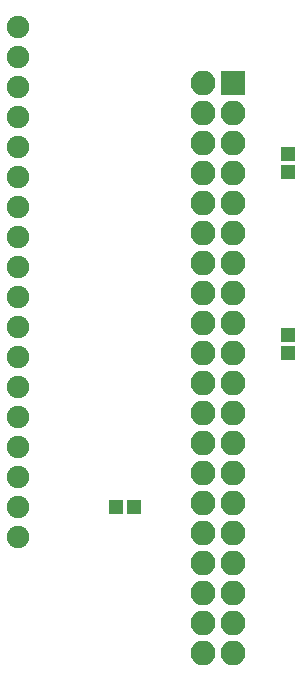
<source format=gbr>
G04 #@! TF.FileFunction,Soldermask,Bot*
%FSLAX46Y46*%
G04 Gerber Fmt 4.6, Leading zero omitted, Abs format (unit mm)*
G04 Created by KiCad (PCBNEW 4.0.7-e1-6374~58~ubuntu14.04.1) date Fri Aug 25 00:07:31 2017*
%MOMM*%
%LPD*%
G01*
G04 APERTURE LIST*
%ADD10C,0.100000*%
%ADD11C,1.900000*%
%ADD12R,2.100000X2.100000*%
%ADD13O,2.100000X2.100000*%
%ADD14R,1.187000X1.264000*%
%ADD15R,1.264000X1.187000*%
G04 APERTURE END LIST*
D10*
D11*
X128000000Y-85990000D03*
X128000000Y-88530000D03*
X128000000Y-91070000D03*
X128000000Y-93610000D03*
X128000000Y-96150000D03*
X128000000Y-98690000D03*
X128000000Y-101230000D03*
X128000000Y-103770000D03*
X128000000Y-106310000D03*
X128000000Y-108850000D03*
X128000000Y-111390000D03*
X128000000Y-113930000D03*
X128000000Y-116470000D03*
X128000000Y-119010000D03*
X128000000Y-121550000D03*
X128000000Y-124090000D03*
X128000000Y-83450000D03*
X128000000Y-80910000D03*
D12*
X146200000Y-85650000D03*
D13*
X143660000Y-85650000D03*
X146200000Y-88190000D03*
X143660000Y-88190000D03*
X146200000Y-90730000D03*
X143660000Y-90730000D03*
X146200000Y-93270000D03*
X143660000Y-93270000D03*
X146200000Y-95810000D03*
X143660000Y-95810000D03*
X146200000Y-98350000D03*
X143660000Y-98350000D03*
X146200000Y-100890000D03*
X143660000Y-100890000D03*
X146200000Y-103430000D03*
X143660000Y-103430000D03*
X146200000Y-105970000D03*
X143660000Y-105970000D03*
X146200000Y-108510000D03*
X143660000Y-108510000D03*
X146200000Y-111050000D03*
X143660000Y-111050000D03*
X146200000Y-113590000D03*
X143660000Y-113590000D03*
X146200000Y-116130000D03*
X143660000Y-116130000D03*
X146200000Y-118670000D03*
X143660000Y-118670000D03*
X146200000Y-121210000D03*
X143660000Y-121210000D03*
X146200000Y-123750000D03*
X143660000Y-123750000D03*
X146200000Y-126290000D03*
X143660000Y-126290000D03*
X146200000Y-128830000D03*
X143660000Y-128830000D03*
X146200000Y-131370000D03*
X143660000Y-131370000D03*
X146200000Y-133910000D03*
X143660000Y-133910000D03*
D14*
X136225500Y-121550000D03*
X137774500Y-121550000D03*
D15*
X150800000Y-91625500D03*
X150800000Y-93174500D03*
X150800000Y-106925500D03*
X150800000Y-108474500D03*
M02*

</source>
